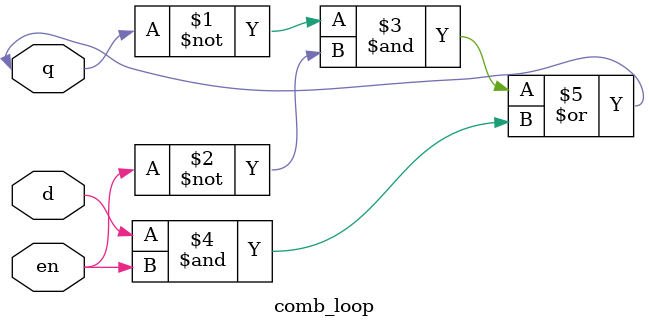
<source format=v>
`timescale 1ns / 1ps


module comb_loop(
    input d,
    input en,
    inout q
    );
    
    assign q = ((~q) & (~en)) | ( d & en);
endmodule



</source>
